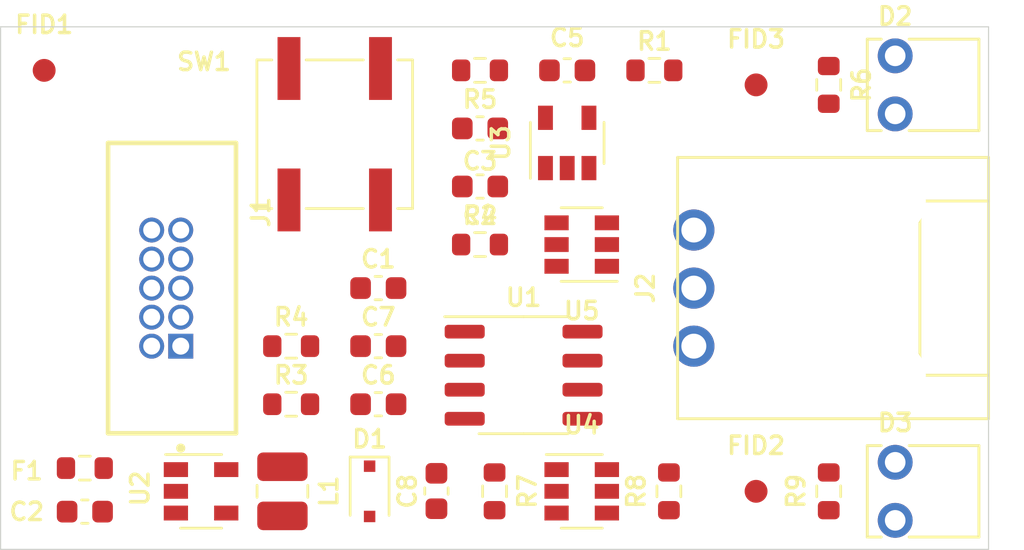
<source format=kicad_pcb>
(kicad_pcb (version 20171130) (host pcbnew "(5.1.10)-1")

  (general
    (thickness 1.6)
    (drawings 6)
    (tracks 0)
    (zones 0)
    (modules 33)
    (nets 26)
  )

  (page A4)
  (layers
    (0 F.Cu signal)
    (31 B.Cu signal)
    (32 B.Adhes user)
    (33 F.Adhes user)
    (34 B.Paste user)
    (35 F.Paste user)
    (36 B.SilkS user)
    (37 F.SilkS user)
    (38 B.Mask user)
    (39 F.Mask user hide)
    (40 Dwgs.User user hide)
    (41 Cmts.User user)
    (42 Eco1.User user)
    (43 Eco2.User user)
    (44 Edge.Cuts user)
    (45 Margin user)
    (46 B.CrtYd user hide)
    (47 F.CrtYd user hide)
    (48 B.Fab user hide)
    (49 F.Fab user hide)
  )

  (setup
    (last_trace_width 0.2032)
    (trace_clearance 0.2032)
    (zone_clearance 0.508)
    (zone_45_only no)
    (trace_min 0.2032)
    (via_size 0.6858)
    (via_drill 0.3302)
    (via_min_size 0.6858)
    (via_min_drill 0.3302)
    (uvia_size 0.6858)
    (uvia_drill 0.3302)
    (uvias_allowed no)
    (uvia_min_size 0.6858)
    (uvia_min_drill 0.3302)
    (edge_width 0.05)
    (segment_width 0.2)
    (pcb_text_width 0.3)
    (pcb_text_size 1.5 1.5)
    (mod_edge_width 0.12)
    (mod_text_size 1 1)
    (mod_text_width 0.15)
    (pad_size 0.65 0.9)
    (pad_drill 0)
    (pad_to_mask_clearance 0.051)
    (solder_mask_min_width 0.25)
    (aux_axis_origin 0 0)
    (visible_elements 7FFFFF7F)
    (pcbplotparams
      (layerselection 0x010fc_ffffffff)
      (usegerberextensions false)
      (usegerberattributes false)
      (usegerberadvancedattributes false)
      (creategerberjobfile false)
      (excludeedgelayer true)
      (linewidth 0.100000)
      (plotframeref false)
      (viasonmask false)
      (mode 1)
      (useauxorigin false)
      (hpglpennumber 1)
      (hpglpenspeed 20)
      (hpglpendiameter 15.000000)
      (psnegative false)
      (psa4output false)
      (plotreference true)
      (plotvalue true)
      (plotinvisibletext false)
      (padsonsilk false)
      (subtractmaskfromsilk false)
      (outputformat 1)
      (mirror false)
      (drillshape 0)
      (scaleselection 1)
      (outputdirectory "UpdiKeyPlots/"))
  )

  (net 0 "")
  (net 1 GND)
  (net 2 VF)
  (net 3 VTG)
  (net 4 VTG-PC)
  (net 5 /HV-EN)
  (net 6 /12V)
  (net 7 /UPDI-HOST)
  (net 8 /UPDI-SENSE)
  (net 9 "Net-(D2-Pad2)")
  (net 10 /HVUPDI-TARGET)
  (net 11 /UPDI-EN)
  (net 12 /UPDI-KEY)
  (net 13 /PWR-SW-EN)
  (net 14 /PROG)
  (net 15 "Net-(U3-Pad4)")
  (net 16 "Net-(C6-Pad2)")
  (net 17 "Net-(D1-Pad2)")
  (net 18 "Net-(D3-Pad2)")
  (net 19 "Net-(R8-Pad2)")
  (net 20 "Net-(R8-Pad1)")
  (net 21 "Net-(J1-Pad9)")
  (net 22 "Net-(J1-Pad8)")
  (net 23 "Net-(J1-Pad6)")
  (net 24 "Net-(J1-Pad5)")
  (net 25 "Net-(J1-Pad1)")

  (net_class Default "This is the default net class."
    (clearance 0.2032)
    (trace_width 0.2032)
    (via_dia 0.6858)
    (via_drill 0.3302)
    (uvia_dia 0.6858)
    (uvia_drill 0.3302)
    (diff_pair_width 0.2032)
    (diff_pair_gap 0.2032)
    (add_net /12V)
    (add_net /HV-EN)
    (add_net /HVUPDI-TARGET)
    (add_net /PROG)
    (add_net /PWR-SW-EN)
    (add_net /UPDI-EN)
    (add_net /UPDI-HOST)
    (add_net /UPDI-KEY)
    (add_net /UPDI-SENSE)
    (add_net "Net-(C6-Pad2)")
    (add_net "Net-(D1-Pad2)")
    (add_net "Net-(D3-Pad2)")
    (add_net "Net-(J1-Pad1)")
    (add_net "Net-(J1-Pad5)")
    (add_net "Net-(J1-Pad6)")
    (add_net "Net-(J1-Pad8)")
    (add_net "Net-(J1-Pad9)")
    (add_net "Net-(R8-Pad1)")
    (add_net "Net-(R8-Pad2)")
    (add_net "Net-(U3-Pad4)")
  )

  (net_class PWR16 ""
    (clearance 0.2032)
    (trace_width 0.4064)
    (via_dia 0.6858)
    (via_drill 0.3302)
    (uvia_dia 0.6858)
    (uvia_drill 0.3302)
    (diff_pair_width 0.2032)
    (diff_pair_gap 0.2032)
    (add_net GND)
    (add_net VF)
    (add_net VTG)
    (add_net VTG-PC)
  )

  (net_class PWR20 ""
    (clearance 0.2032)
    (trace_width 0.508)
    (via_dia 0.6858)
    (via_drill 0.3302)
    (uvia_dia 0.6858)
    (uvia_drill 0.3302)
    (diff_pair_width 0.2032)
    (diff_pair_gap 0.2032)
  )

  (net_class PWR24 ""
    (clearance 0.2032)
    (trace_width 0.6096)
    (via_dia 0.6858)
    (via_drill 0.3302)
    (uvia_dia 0.6858)
    (uvia_drill 0.3302)
    (diff_pair_width 0.2032)
    (diff_pair_gap 0.2032)
  )

  (net_class PWR28 ""
    (clearance 0.2032)
    (trace_width 0.7112)
    (via_dia 0.6858)
    (via_drill 0.3302)
    (uvia_dia 0.6858)
    (uvia_drill 0.3302)
    (diff_pair_width 0.2032)
    (diff_pair_gap 0.2032)
    (add_net "Net-(D2-Pad2)")
  )

  (net_class PWR32 ""
    (clearance 0.2032)
    (trace_width 0.8128)
    (via_dia 0.6858)
    (via_drill 0.3302)
    (uvia_dia 0.6858)
    (uvia_drill 0.3302)
    (diff_pair_width 0.2032)
    (diff_pair_gap 0.2032)
  )

  (module SAMTEC_SHF-105-01-X-D-TH:SAMTEC_SHF-105-01-X-D-TH (layer F.Cu) (tedit 60C65FA3) (tstamp 60C71DF6)
    (at 153.289 59.69 270)
    (path /60C8B2E8)
    (fp_text reference J1 (at -3.325 -4.135 90) (layer F.SilkS)
      (effects (font (size 0.762 0.762) (thickness 0.1524)))
    )
    (fp_text value "ATMEL ICE" (at 8.74 3.635 90) (layer F.Fab)
      (effects (font (size 0.762 0.762) (thickness 0.1524)))
    )
    (fp_line (start 6.35 2.54) (end -6.35 2.54) (layer F.Fab) (width 0.1))
    (fp_line (start -6.35 2.54) (end -6.35 -3.05) (layer F.Fab) (width 0.1))
    (fp_line (start -6.35 -3.05) (end 6.35 -3.05) (layer F.Fab) (width 0.1))
    (fp_line (start 6.35 -3.05) (end 6.35 2.54) (layer F.Fab) (width 0.1))
    (fp_line (start -6.35 2.54) (end -6.35 -3.05) (layer F.SilkS) (width 0.2))
    (fp_line (start 6.35 -3.05) (end 6.35 2.54) (layer F.SilkS) (width 0.2))
    (fp_line (start 6.35 -3.05) (end -6.35 -3.05) (layer F.SilkS) (width 0.2))
    (fp_line (start 6.35 2.54) (end -6.35 2.54) (layer F.SilkS) (width 0.2))
    (fp_line (start -6.6 2.79) (end -6.6 -3.3) (layer F.CrtYd) (width 0.05))
    (fp_line (start -6.6 -3.3) (end 6.6 -3.3) (layer F.CrtYd) (width 0.05))
    (fp_line (start 6.6 -3.3) (end 6.6 2.79) (layer F.CrtYd) (width 0.05))
    (fp_line (start 6.6 2.79) (end -6.6 2.79) (layer F.CrtYd) (width 0.05))
    (fp_circle (center 7 -0.635) (end 7.1 -0.635) (layer F.SilkS) (width 0.2))
    (fp_circle (center 7 -0.635) (end 7.1 -0.635) (layer F.Fab) (width 0.2))
    (pad 1 thru_hole rect (at 2.54 -0.635 270) (size 1.09 1.09) (drill 0.74) (layers *.Cu *.Mask)
      (net 25 "Net-(J1-Pad1)"))
    (pad 2 thru_hole circle (at 2.54 0.635 270) (size 1.09 1.09) (drill 0.74) (layers *.Cu *.Mask)
      (net 1 GND))
    (pad 3 thru_hole circle (at 1.27 -0.635 270) (size 1.09 1.09) (drill 0.74) (layers *.Cu *.Mask)
      (net 7 /UPDI-HOST))
    (pad 4 thru_hole circle (at 1.27 0.635 270) (size 1.09 1.09) (drill 0.74) (layers *.Cu *.Mask)
      (net 3 VTG))
    (pad 5 thru_hole circle (at 0 -0.635 270) (size 1.09 1.09) (drill 0.74) (layers *.Cu *.Mask)
      (net 24 "Net-(J1-Pad5)"))
    (pad 6 thru_hole circle (at 0 0.635 270) (size 1.09 1.09) (drill 0.74) (layers *.Cu *.Mask)
      (net 23 "Net-(J1-Pad6)"))
    (pad 7 thru_hole circle (at -1.27 -0.635 270) (size 1.09 1.09) (drill 0.74) (layers *.Cu *.Mask)
      (net 14 /PROG))
    (pad 8 thru_hole circle (at -1.27 0.635 270) (size 1.09 1.09) (drill 0.74) (layers *.Cu *.Mask)
      (net 22 "Net-(J1-Pad8)"))
    (pad 9 thru_hole circle (at -2.54 -0.635 270) (size 1.09 1.09) (drill 0.74) (layers *.Cu *.Mask)
      (net 21 "Net-(J1-Pad9)"))
    (pad 10 thru_hole circle (at -2.54 0.635 270) (size 1.09 1.09) (drill 0.74) (layers *.Cu *.Mask)
      (net 1 GND))
  )

  (module Package_TO_SOT_SMD:SOT-23-6 (layer F.Cu) (tedit 5A02FF57) (tstamp 60C82170)
    (at 171.45 57.785 180)
    (descr "6-pin SOT-23 package")
    (tags SOT-23-6)
    (path /5FBF6F95)
    (attr smd)
    (fp_text reference U5 (at 0 -2.9) (layer F.SilkS)
      (effects (font (size 0.762 0.762) (thickness 0.1524)))
    )
    (fp_text value SN74LVC1G3157DBVR (at 0 2.9) (layer F.Fab)
      (effects (font (size 0.762 0.762) (thickness 0.1524)))
    )
    (fp_line (start 0.9 -1.55) (end 0.9 1.55) (layer F.Fab) (width 0.1))
    (fp_line (start 0.9 1.55) (end -0.9 1.55) (layer F.Fab) (width 0.1))
    (fp_line (start -0.9 -0.9) (end -0.9 1.55) (layer F.Fab) (width 0.1))
    (fp_line (start 0.9 -1.55) (end -0.25 -1.55) (layer F.Fab) (width 0.1))
    (fp_line (start -0.9 -0.9) (end -0.25 -1.55) (layer F.Fab) (width 0.1))
    (fp_line (start -1.9 -1.8) (end -1.9 1.8) (layer F.CrtYd) (width 0.05))
    (fp_line (start -1.9 1.8) (end 1.9 1.8) (layer F.CrtYd) (width 0.05))
    (fp_line (start 1.9 1.8) (end 1.9 -1.8) (layer F.CrtYd) (width 0.05))
    (fp_line (start 1.9 -1.8) (end -1.9 -1.8) (layer F.CrtYd) (width 0.05))
    (fp_line (start 0.9 -1.61) (end -1.55 -1.61) (layer F.SilkS) (width 0.12))
    (fp_line (start -0.9 1.61) (end 0.9 1.61) (layer F.SilkS) (width 0.12))
    (fp_text user %R (at 0 0 90) (layer F.Fab)
      (effects (font (size 0.762 0.762) (thickness 0.1524)))
    )
    (pad 5 smd rect (at 1.1 0 180) (size 1.06 0.65) (layers F.Cu F.Paste F.Mask)
      (net 2 VF))
    (pad 6 smd rect (at 1.1 -0.95 180) (size 1.06 0.65) (layers F.Cu F.Paste F.Mask)
      (net 11 /UPDI-EN))
    (pad 4 smd rect (at 1.1 0.95 180) (size 1.06 0.65) (layers F.Cu F.Paste F.Mask)
      (net 19 "Net-(R8-Pad2)"))
    (pad 3 smd rect (at -1.1 0.95 180) (size 1.06 0.65) (layers F.Cu F.Paste F.Mask)
      (net 7 /UPDI-HOST))
    (pad 2 smd rect (at -1.1 0 180) (size 1.06 0.65) (layers F.Cu F.Paste F.Mask)
      (net 1 GND))
    (pad 1 smd rect (at -1.1 -0.95 180) (size 1.06 0.65) (layers F.Cu F.Paste F.Mask)
      (net 12 /UPDI-KEY))
    (model ${KISYS3DMOD}/Package_TO_SOT_SMD.3dshapes/SOT-23-6.wrl
      (at (xyz 0 0 0))
      (scale (xyz 1 1 1))
      (rotate (xyz 0 0 0))
    )
  )

  (module Package_TO_SOT_SMD:SOT-23-6 (layer F.Cu) (tedit 5A02FF57) (tstamp 60C6E627)
    (at 171.45 68.58)
    (descr "6-pin SOT-23 package")
    (tags SOT-23-6)
    (path /5F885250)
    (attr smd)
    (fp_text reference U4 (at 0 -2.9) (layer F.SilkS)
      (effects (font (size 0.762 0.762) (thickness 0.1524)))
    )
    (fp_text value ISL43210IHZ-T (at 0 2.9) (layer F.Fab)
      (effects (font (size 0.762 0.762) (thickness 0.1524)))
    )
    (fp_line (start 0.9 -1.55) (end 0.9 1.55) (layer F.Fab) (width 0.1))
    (fp_line (start 0.9 1.55) (end -0.9 1.55) (layer F.Fab) (width 0.1))
    (fp_line (start -0.9 -0.9) (end -0.9 1.55) (layer F.Fab) (width 0.1))
    (fp_line (start 0.9 -1.55) (end -0.25 -1.55) (layer F.Fab) (width 0.1))
    (fp_line (start -0.9 -0.9) (end -0.25 -1.55) (layer F.Fab) (width 0.1))
    (fp_line (start -1.9 -1.8) (end -1.9 1.8) (layer F.CrtYd) (width 0.05))
    (fp_line (start -1.9 1.8) (end 1.9 1.8) (layer F.CrtYd) (width 0.05))
    (fp_line (start 1.9 1.8) (end 1.9 -1.8) (layer F.CrtYd) (width 0.05))
    (fp_line (start 1.9 -1.8) (end -1.9 -1.8) (layer F.CrtYd) (width 0.05))
    (fp_line (start 0.9 -1.61) (end -1.55 -1.61) (layer F.SilkS) (width 0.12))
    (fp_line (start -0.9 1.61) (end 0.9 1.61) (layer F.SilkS) (width 0.12))
    (fp_text user %R (at 0 0 90) (layer F.Fab)
      (effects (font (size 0.762 0.762) (thickness 0.1524)))
    )
    (pad 5 smd rect (at 1.1 0) (size 1.06 0.65) (layers F.Cu F.Paste F.Mask)
      (net 10 /HVUPDI-TARGET))
    (pad 6 smd rect (at 1.1 -0.95) (size 1.06 0.65) (layers F.Cu F.Paste F.Mask)
      (net 6 /12V))
    (pad 4 smd rect (at 1.1 0.95) (size 1.06 0.65) (layers F.Cu F.Paste F.Mask)
      (net 20 "Net-(R8-Pad1)"))
    (pad 3 smd rect (at -1.1 0.95) (size 1.06 0.65) (layers F.Cu F.Paste F.Mask)
      (net 1 GND))
    (pad 2 smd rect (at -1.1 0) (size 1.06 0.65) (layers F.Cu F.Paste F.Mask)
      (net 6 /12V))
    (pad 1 smd rect (at -1.1 -0.95) (size 1.06 0.65) (layers F.Cu F.Paste F.Mask)
      (net 5 /HV-EN))
    (model ${KISYS3DMOD}/Package_TO_SOT_SMD.3dshapes/SOT-23-6.wrl
      (at (xyz 0 0 0))
      (scale (xyz 1 1 1))
      (rotate (xyz 0 0 0))
    )
  )

  (module Package_TO_SOT_SMD:SOT-23-5 (layer F.Cu) (tedit 5A02FF57) (tstamp 60C6E611)
    (at 170.815 53.34 90)
    (descr "5-pin SOT23 package")
    (tags SOT-23-5)
    (path /5F8424F9)
    (attr smd)
    (fp_text reference U3 (at 0 -2.9 90) (layer F.SilkS)
      (effects (font (size 0.762 0.762) (thickness 0.1524)))
    )
    (fp_text value MIC2091-1YM5-TR (at 0 2.9 90) (layer F.Fab)
      (effects (font (size 0.762 0.762) (thickness 0.1524)))
    )
    (fp_line (start 0.9 -1.55) (end 0.9 1.55) (layer F.Fab) (width 0.1))
    (fp_line (start 0.9 1.55) (end -0.9 1.55) (layer F.Fab) (width 0.1))
    (fp_line (start -0.9 -0.9) (end -0.9 1.55) (layer F.Fab) (width 0.1))
    (fp_line (start 0.9 -1.55) (end -0.25 -1.55) (layer F.Fab) (width 0.1))
    (fp_line (start -0.9 -0.9) (end -0.25 -1.55) (layer F.Fab) (width 0.1))
    (fp_line (start -1.9 1.8) (end -1.9 -1.8) (layer F.CrtYd) (width 0.05))
    (fp_line (start 1.9 1.8) (end -1.9 1.8) (layer F.CrtYd) (width 0.05))
    (fp_line (start 1.9 -1.8) (end 1.9 1.8) (layer F.CrtYd) (width 0.05))
    (fp_line (start -1.9 -1.8) (end 1.9 -1.8) (layer F.CrtYd) (width 0.05))
    (fp_line (start 0.9 -1.61) (end -1.55 -1.61) (layer F.SilkS) (width 0.12))
    (fp_line (start -0.9 1.61) (end 0.9 1.61) (layer F.SilkS) (width 0.12))
    (fp_text user %R (at 0 0) (layer F.Fab)
      (effects (font (size 0.762 0.762) (thickness 0.1524)))
    )
    (pad 5 smd rect (at 1.1 -0.95 90) (size 1.06 0.65) (layers F.Cu F.Paste F.Mask)
      (net 4 VTG-PC))
    (pad 4 smd rect (at 1.1 0.95 90) (size 1.06 0.65) (layers F.Cu F.Paste F.Mask)
      (net 15 "Net-(U3-Pad4)"))
    (pad 3 smd rect (at -1.1 0.95 90) (size 1.06 0.65) (layers F.Cu F.Paste F.Mask)
      (net 13 /PWR-SW-EN))
    (pad 2 smd rect (at -1.1 0 90) (size 1.06 0.65) (layers F.Cu F.Paste F.Mask)
      (net 1 GND))
    (pad 1 smd rect (at -1.1 -0.95 90) (size 1.06 0.65) (layers F.Cu F.Paste F.Mask)
      (net 3 VTG))
    (model ${KISYS3DMOD}/Package_TO_SOT_SMD.3dshapes/SOT-23-5.wrl
      (at (xyz 0 0 0))
      (scale (xyz 1 1 1))
      (rotate (xyz 0 0 0))
    )
  )

  (module Package_TO_SOT_SMD:SOT-23-5 (layer F.Cu) (tedit 5A02FF57) (tstamp 60C6E5FC)
    (at 154.813 68.58)
    (descr "5-pin SOT23 package")
    (tags SOT-23-5)
    (path /5F7FBF2D)
    (attr smd)
    (fp_text reference U2 (at -2.667 -0.127 90) (layer F.SilkS)
      (effects (font (size 0.762 0.762) (thickness 0.1524)))
    )
    (fp_text value NCP1406SNT1G (at 0 2.9) (layer F.Fab)
      (effects (font (size 0.762 0.762) (thickness 0.1524)))
    )
    (fp_line (start 0.9 -1.55) (end 0.9 1.55) (layer F.Fab) (width 0.1))
    (fp_line (start 0.9 1.55) (end -0.9 1.55) (layer F.Fab) (width 0.1))
    (fp_line (start -0.9 -0.9) (end -0.9 1.55) (layer F.Fab) (width 0.1))
    (fp_line (start 0.9 -1.55) (end -0.25 -1.55) (layer F.Fab) (width 0.1))
    (fp_line (start -0.9 -0.9) (end -0.25 -1.55) (layer F.Fab) (width 0.1))
    (fp_line (start -1.9 1.8) (end -1.9 -1.8) (layer F.CrtYd) (width 0.05))
    (fp_line (start 1.9 1.8) (end -1.9 1.8) (layer F.CrtYd) (width 0.05))
    (fp_line (start 1.9 -1.8) (end 1.9 1.8) (layer F.CrtYd) (width 0.05))
    (fp_line (start -1.9 -1.8) (end 1.9 -1.8) (layer F.CrtYd) (width 0.05))
    (fp_line (start 0.9 -1.61) (end -1.55 -1.61) (layer F.SilkS) (width 0.12))
    (fp_line (start -0.9 1.61) (end 0.9 1.61) (layer F.SilkS) (width 0.12))
    (fp_text user %R (at 0 0 90) (layer F.Fab)
      (effects (font (size 0.762 0.762) (thickness 0.1524)))
    )
    (pad 5 smd rect (at 1.1 -0.95) (size 1.06 0.65) (layers F.Cu F.Paste F.Mask)
      (net 17 "Net-(D1-Pad2)"))
    (pad 4 smd rect (at 1.1 0.95) (size 1.06 0.65) (layers F.Cu F.Paste F.Mask)
      (net 1 GND))
    (pad 3 smd rect (at -1.1 0.95) (size 1.06 0.65) (layers F.Cu F.Paste F.Mask)
      (net 2 VF))
    (pad 2 smd rect (at -1.1 0) (size 1.06 0.65) (layers F.Cu F.Paste F.Mask)
      (net 16 "Net-(C6-Pad2)"))
    (pad 1 smd rect (at -1.1 -0.95) (size 1.06 0.65) (layers F.Cu F.Paste F.Mask)
      (net 2 VF))
    (model ${KISYS3DMOD}/Package_TO_SOT_SMD.3dshapes/SOT-23-5.wrl
      (at (xyz 0 0 0))
      (scale (xyz 1 1 1))
      (rotate (xyz 0 0 0))
    )
  )

  (module Package_SO:SO-8_3.9x4.9mm_P1.27mm (layer F.Cu) (tedit 5D9F72B1) (tstamp 60C6E5E7)
    (at 168.91 63.5)
    (descr "SO, 8 Pin (https://www.nxp.com/docs/en/data-sheet/PCF8523.pdf), generated with kicad-footprint-generator ipc_gullwing_generator.py")
    (tags "SO SO")
    (path /5F5C9531)
    (attr smd)
    (fp_text reference U1 (at 0 -3.4) (layer F.SilkS)
      (effects (font (size 0.762 0.762) (thickness 0.1524)))
    )
    (fp_text value ATtiny202-SS (at 0 3.4) (layer F.Fab)
      (effects (font (size 0.762 0.762) (thickness 0.1524)))
    )
    (fp_line (start 3.7 -2.7) (end -3.7 -2.7) (layer F.CrtYd) (width 0.05))
    (fp_line (start 3.7 2.7) (end 3.7 -2.7) (layer F.CrtYd) (width 0.05))
    (fp_line (start -3.7 2.7) (end 3.7 2.7) (layer F.CrtYd) (width 0.05))
    (fp_line (start -3.7 -2.7) (end -3.7 2.7) (layer F.CrtYd) (width 0.05))
    (fp_line (start -1.95 -1.475) (end -0.975 -2.45) (layer F.Fab) (width 0.1))
    (fp_line (start -1.95 2.45) (end -1.95 -1.475) (layer F.Fab) (width 0.1))
    (fp_line (start 1.95 2.45) (end -1.95 2.45) (layer F.Fab) (width 0.1))
    (fp_line (start 1.95 -2.45) (end 1.95 2.45) (layer F.Fab) (width 0.1))
    (fp_line (start -0.975 -2.45) (end 1.95 -2.45) (layer F.Fab) (width 0.1))
    (fp_line (start 0 -2.56) (end -3.45 -2.56) (layer F.SilkS) (width 0.12))
    (fp_line (start 0 -2.56) (end 1.95 -2.56) (layer F.SilkS) (width 0.12))
    (fp_line (start 0 2.56) (end -1.95 2.56) (layer F.SilkS) (width 0.12))
    (fp_line (start 0 2.56) (end 1.95 2.56) (layer F.SilkS) (width 0.12))
    (fp_text user %R (at -0.27 0) (layer F.Fab)
      (effects (font (size 0.762 0.762) (thickness 0.1524)))
    )
    (pad 8 smd roundrect (at 2.575 -1.905) (size 1.75 0.6) (layers F.Cu F.Paste F.Mask) (roundrect_rratio 0.25)
      (net 1 GND))
    (pad 7 smd roundrect (at 2.575 -0.635) (size 1.75 0.6) (layers F.Cu F.Paste F.Mask) (roundrect_rratio 0.25)
      (net 12 /UPDI-KEY))
    (pad 6 smd roundrect (at 2.575 0.635) (size 1.75 0.6) (layers F.Cu F.Paste F.Mask) (roundrect_rratio 0.25)
      (net 14 /PROG))
    (pad 5 smd roundrect (at 2.575 1.905) (size 1.75 0.6) (layers F.Cu F.Paste F.Mask) (roundrect_rratio 0.25)
      (net 8 /UPDI-SENSE))
    (pad 4 smd roundrect (at -2.575 1.905) (size 1.75 0.6) (layers F.Cu F.Paste F.Mask) (roundrect_rratio 0.25)
      (net 5 /HV-EN))
    (pad 3 smd roundrect (at -2.575 0.635) (size 1.75 0.6) (layers F.Cu F.Paste F.Mask) (roundrect_rratio 0.25)
      (net 11 /UPDI-EN))
    (pad 2 smd roundrect (at -2.575 -0.635) (size 1.75 0.6) (layers F.Cu F.Paste F.Mask) (roundrect_rratio 0.25)
      (net 13 /PWR-SW-EN))
    (pad 1 smd roundrect (at -2.575 -1.905) (size 1.75 0.6) (layers F.Cu F.Paste F.Mask) (roundrect_rratio 0.25)
      (net 2 VF))
    (model ${KISYS3DMOD}/Package_SO.3dshapes/SO-8_3.9x4.9mm_P1.27mm.wrl
      (at (xyz 0 0 0))
      (scale (xyz 1 1 1))
      (rotate (xyz 0 0 0))
    )
  )

  (module Button_Switch_SMD:SW_SPST_B3SL-1002P (layer F.Cu) (tedit 5A02FC95) (tstamp 60C6E5CD)
    (at 160.655 52.959 90)
    (descr "Middle Stroke Tactile Switch, B3SL")
    (tags "Middle Stroke Tactile Switch")
    (path /606BB77A)
    (attr smd)
    (fp_text reference SW1 (at 3.175 -5.715 180) (layer F.SilkS)
      (effects (font (size 0.762 0.762) (thickness 0.1524)))
    )
    (fp_text value RE-UPDIFY (at 0 4.75 90) (layer F.Fab)
      (effects (font (size 0.762 0.762) (thickness 0.1524)))
    )
    (fp_line (start -3.1 3.25) (end -3.1 -3.25) (layer F.Fab) (width 0.1))
    (fp_line (start 3.1 3.25) (end -3.1 3.25) (layer F.Fab) (width 0.1))
    (fp_line (start 3.1 -3.25) (end 3.1 3.25) (layer F.Fab) (width 0.1))
    (fp_line (start -3.1 -3.25) (end 3.1 -3.25) (layer F.Fab) (width 0.1))
    (fp_line (start -3.25 -1.25) (end -3.25 1.25) (layer F.SilkS) (width 0.12))
    (fp_line (start 3.25 -1.25) (end 3.25 1.25) (layer F.SilkS) (width 0.12))
    (fp_line (start -3.25 -3.4) (end -3.25 -2.75) (layer F.SilkS) (width 0.12))
    (fp_line (start 3.25 -3.4) (end -3.25 -3.4) (layer F.SilkS) (width 0.12))
    (fp_line (start 3.25 -2.75) (end 3.25 -3.4) (layer F.SilkS) (width 0.12))
    (fp_line (start -3.25 3.4) (end -3.25 2.75) (layer F.SilkS) (width 0.12))
    (fp_line (start 3.25 3.4) (end -3.25 3.4) (layer F.SilkS) (width 0.12))
    (fp_line (start 3.25 2.75) (end 3.25 3.4) (layer F.SilkS) (width 0.12))
    (fp_line (start -4.5 -3.65) (end -4.5 3.65) (layer F.CrtYd) (width 0.05))
    (fp_line (start 4.5 -3.65) (end -4.5 -3.65) (layer F.CrtYd) (width 0.05))
    (fp_line (start 4.5 3.65) (end 4.5 -3.65) (layer F.CrtYd) (width 0.05))
    (fp_line (start -4.5 3.65) (end 4.5 3.65) (layer F.CrtYd) (width 0.05))
    (fp_circle (center 0 0) (end 1.25 0) (layer F.Fab) (width 0.1))
    (fp_text user %R (at 0 -4.5 90) (layer F.Fab)
      (effects (font (size 0.762 0.762) (thickness 0.1524)))
    )
    (pad 2 smd rect (at -2.875 2 90) (size 2.75 1) (layers F.Cu F.Paste F.Mask)
      (net 8 /UPDI-SENSE))
    (pad 2 smd rect (at 2.875 2 90) (size 2.75 1) (layers F.Cu F.Paste F.Mask)
      (net 8 /UPDI-SENSE))
    (pad 1 smd rect (at 2.875 -2 90) (size 2.75 1) (layers F.Cu F.Paste F.Mask)
      (net 1 GND))
    (pad 1 smd rect (at -2.875 -2 90) (size 2.75 1) (layers F.Cu F.Paste F.Mask)
      (net 1 GND))
    (model ${KISYS3DMOD}/Button_Switch_SMD.3dshapes/SW_SPST_B3SL-1002P.wrl
      (at (xyz 0 0 0))
      (scale (xyz 1 1 1))
      (rotate (xyz 0 0 0))
    )
  )

  (module Resistor_SMD:R_0603_1608Metric (layer F.Cu) (tedit 5F68FEEE) (tstamp 60C82040)
    (at 182.245 68.58 90)
    (descr "Resistor SMD 0603 (1608 Metric), square (rectangular) end terminal, IPC_7351 nominal, (Body size source: IPC-SM-782 page 72, https://www.pcb-3d.com/wordpress/wp-content/uploads/ipc-sm-782a_amendment_1_and_2.pdf), generated with kicad-footprint-generator")
    (tags resistor)
    (path /5F5C9679)
    (attr smd)
    (fp_text reference R9 (at 0 -1.43 90) (layer F.SilkS)
      (effects (font (size 0.762 0.762) (thickness 0.1524)))
    )
    (fp_text value 180Ω (at 0 1.43 90) (layer F.Fab)
      (effects (font (size 0.762 0.762) (thickness 0.1524)))
    )
    (fp_line (start 1.48 0.73) (end -1.48 0.73) (layer F.CrtYd) (width 0.05))
    (fp_line (start 1.48 -0.73) (end 1.48 0.73) (layer F.CrtYd) (width 0.05))
    (fp_line (start -1.48 -0.73) (end 1.48 -0.73) (layer F.CrtYd) (width 0.05))
    (fp_line (start -1.48 0.73) (end -1.48 -0.73) (layer F.CrtYd) (width 0.05))
    (fp_line (start -0.237258 0.5225) (end 0.237258 0.5225) (layer F.SilkS) (width 0.12))
    (fp_line (start -0.237258 -0.5225) (end 0.237258 -0.5225) (layer F.SilkS) (width 0.12))
    (fp_line (start 0.8 0.4125) (end -0.8 0.4125) (layer F.Fab) (width 0.1))
    (fp_line (start 0.8 -0.4125) (end 0.8 0.4125) (layer F.Fab) (width 0.1))
    (fp_line (start -0.8 -0.4125) (end 0.8 -0.4125) (layer F.Fab) (width 0.1))
    (fp_line (start -0.8 0.4125) (end -0.8 -0.4125) (layer F.Fab) (width 0.1))
    (fp_text user %R (at 0 0 90) (layer F.Fab)
      (effects (font (size 0.762 0.762) (thickness 0.1524)))
    )
    (pad 2 smd roundrect (at 0.825 0 90) (size 0.8 0.95) (layers F.Cu F.Paste F.Mask) (roundrect_rratio 0.25)
      (net 11 /UPDI-EN))
    (pad 1 smd roundrect (at -0.825 0 90) (size 0.8 0.95) (layers F.Cu F.Paste F.Mask) (roundrect_rratio 0.25)
      (net 18 "Net-(D3-Pad2)"))
    (model ${KISYS3DMOD}/Resistor_SMD.3dshapes/R_0603_1608Metric.wrl
      (at (xyz 0 0 0))
      (scale (xyz 1 1 1))
      (rotate (xyz 0 0 0))
    )
  )

  (module Resistor_SMD:R_0603_1608Metric (layer F.Cu) (tedit 5F68FEEE) (tstamp 60C6E5A2)
    (at 175.26 68.58 90)
    (descr "Resistor SMD 0603 (1608 Metric), square (rectangular) end terminal, IPC_7351 nominal, (Body size source: IPC-SM-782 page 72, https://www.pcb-3d.com/wordpress/wp-content/uploads/ipc-sm-782a_amendment_1_and_2.pdf), generated with kicad-footprint-generator")
    (tags resistor)
    (path /5F8C2D98)
    (attr smd)
    (fp_text reference R8 (at 0 -1.43 90) (layer F.SilkS)
      (effects (font (size 0.762 0.762) (thickness 0.1524)))
    )
    (fp_text value 180Ω (at 0 1.43 90) (layer F.Fab)
      (effects (font (size 0.762 0.762) (thickness 0.1524)))
    )
    (fp_line (start 1.48 0.73) (end -1.48 0.73) (layer F.CrtYd) (width 0.05))
    (fp_line (start 1.48 -0.73) (end 1.48 0.73) (layer F.CrtYd) (width 0.05))
    (fp_line (start -1.48 -0.73) (end 1.48 -0.73) (layer F.CrtYd) (width 0.05))
    (fp_line (start -1.48 0.73) (end -1.48 -0.73) (layer F.CrtYd) (width 0.05))
    (fp_line (start -0.237258 0.5225) (end 0.237258 0.5225) (layer F.SilkS) (width 0.12))
    (fp_line (start -0.237258 -0.5225) (end 0.237258 -0.5225) (layer F.SilkS) (width 0.12))
    (fp_line (start 0.8 0.4125) (end -0.8 0.4125) (layer F.Fab) (width 0.1))
    (fp_line (start 0.8 -0.4125) (end 0.8 0.4125) (layer F.Fab) (width 0.1))
    (fp_line (start -0.8 -0.4125) (end 0.8 -0.4125) (layer F.Fab) (width 0.1))
    (fp_line (start -0.8 0.4125) (end -0.8 -0.4125) (layer F.Fab) (width 0.1))
    (fp_text user %R (at 0 0 90) (layer F.Fab)
      (effects (font (size 0.762 0.762) (thickness 0.1524)))
    )
    (pad 2 smd roundrect (at 0.825 0 90) (size 0.8 0.95) (layers F.Cu F.Paste F.Mask) (roundrect_rratio 0.25)
      (net 19 "Net-(R8-Pad2)"))
    (pad 1 smd roundrect (at -0.825 0 90) (size 0.8 0.95) (layers F.Cu F.Paste F.Mask) (roundrect_rratio 0.25)
      (net 20 "Net-(R8-Pad1)"))
    (model ${KISYS3DMOD}/Resistor_SMD.3dshapes/R_0603_1608Metric.wrl
      (at (xyz 0 0 0))
      (scale (xyz 1 1 1))
      (rotate (xyz 0 0 0))
    )
  )

  (module Resistor_SMD:R_0603_1608Metric (layer F.Cu) (tedit 5F68FEEE) (tstamp 60C6E591)
    (at 167.64 68.58 270)
    (descr "Resistor SMD 0603 (1608 Metric), square (rectangular) end terminal, IPC_7351 nominal, (Body size source: IPC-SM-782 page 72, https://www.pcb-3d.com/wordpress/wp-content/uploads/ipc-sm-782a_amendment_1_and_2.pdf), generated with kicad-footprint-generator")
    (tags resistor)
    (path /5F5C9609)
    (attr smd)
    (fp_text reference R7 (at 0 -1.43 90) (layer F.SilkS)
      (effects (font (size 0.762 0.762) (thickness 0.1524)))
    )
    (fp_text value 10K (at 0 1.43 90) (layer F.Fab)
      (effects (font (size 0.762 0.762) (thickness 0.1524)))
    )
    (fp_line (start 1.48 0.73) (end -1.48 0.73) (layer F.CrtYd) (width 0.05))
    (fp_line (start 1.48 -0.73) (end 1.48 0.73) (layer F.CrtYd) (width 0.05))
    (fp_line (start -1.48 -0.73) (end 1.48 -0.73) (layer F.CrtYd) (width 0.05))
    (fp_line (start -1.48 0.73) (end -1.48 -0.73) (layer F.CrtYd) (width 0.05))
    (fp_line (start -0.237258 0.5225) (end 0.237258 0.5225) (layer F.SilkS) (width 0.12))
    (fp_line (start -0.237258 -0.5225) (end 0.237258 -0.5225) (layer F.SilkS) (width 0.12))
    (fp_line (start 0.8 0.4125) (end -0.8 0.4125) (layer F.Fab) (width 0.1))
    (fp_line (start 0.8 -0.4125) (end 0.8 0.4125) (layer F.Fab) (width 0.1))
    (fp_line (start -0.8 -0.4125) (end 0.8 -0.4125) (layer F.Fab) (width 0.1))
    (fp_line (start -0.8 0.4125) (end -0.8 -0.4125) (layer F.Fab) (width 0.1))
    (fp_text user %R (at 0 0 90) (layer F.Fab)
      (effects (font (size 0.762 0.762) (thickness 0.1524)))
    )
    (pad 2 smd roundrect (at 0.825 0 270) (size 0.8 0.95) (layers F.Cu F.Paste F.Mask) (roundrect_rratio 0.25)
      (net 1 GND))
    (pad 1 smd roundrect (at -0.825 0 270) (size 0.8 0.95) (layers F.Cu F.Paste F.Mask) (roundrect_rratio 0.25)
      (net 5 /HV-EN))
    (model ${KISYS3DMOD}/Resistor_SMD.3dshapes/R_0603_1608Metric.wrl
      (at (xyz 0 0 0))
      (scale (xyz 1 1 1))
      (rotate (xyz 0 0 0))
    )
  )

  (module Resistor_SMD:R_0603_1608Metric (layer F.Cu) (tedit 5F68FEEE) (tstamp 60C81AAA)
    (at 182.245 50.8 270)
    (descr "Resistor SMD 0603 (1608 Metric), square (rectangular) end terminal, IPC_7351 nominal, (Body size source: IPC-SM-782 page 72, https://www.pcb-3d.com/wordpress/wp-content/uploads/ipc-sm-782a_amendment_1_and_2.pdf), generated with kicad-footprint-generator")
    (tags resistor)
    (path /5F719032)
    (attr smd)
    (fp_text reference R6 (at 0 -1.43 90) (layer F.SilkS)
      (effects (font (size 0.762 0.762) (thickness 0.1524)))
    )
    (fp_text value 1K (at 0 1.43 90) (layer F.Fab)
      (effects (font (size 0.762 0.762) (thickness 0.1524)))
    )
    (fp_line (start 1.48 0.73) (end -1.48 0.73) (layer F.CrtYd) (width 0.05))
    (fp_line (start 1.48 -0.73) (end 1.48 0.73) (layer F.CrtYd) (width 0.05))
    (fp_line (start -1.48 -0.73) (end 1.48 -0.73) (layer F.CrtYd) (width 0.05))
    (fp_line (start -1.48 0.73) (end -1.48 -0.73) (layer F.CrtYd) (width 0.05))
    (fp_line (start -0.237258 0.5225) (end 0.237258 0.5225) (layer F.SilkS) (width 0.12))
    (fp_line (start -0.237258 -0.5225) (end 0.237258 -0.5225) (layer F.SilkS) (width 0.12))
    (fp_line (start 0.8 0.4125) (end -0.8 0.4125) (layer F.Fab) (width 0.1))
    (fp_line (start 0.8 -0.4125) (end 0.8 0.4125) (layer F.Fab) (width 0.1))
    (fp_line (start -0.8 -0.4125) (end 0.8 -0.4125) (layer F.Fab) (width 0.1))
    (fp_line (start -0.8 0.4125) (end -0.8 -0.4125) (layer F.Fab) (width 0.1))
    (fp_text user %R (at 0 0 90) (layer F.Fab)
      (effects (font (size 0.762 0.762) (thickness 0.1524)))
    )
    (pad 2 smd roundrect (at 0.825 0 270) (size 0.8 0.95) (layers F.Cu F.Paste F.Mask) (roundrect_rratio 0.25)
      (net 9 "Net-(D2-Pad2)"))
    (pad 1 smd roundrect (at -0.825 0 270) (size 0.8 0.95) (layers F.Cu F.Paste F.Mask) (roundrect_rratio 0.25)
      (net 4 VTG-PC))
    (model ${KISYS3DMOD}/Resistor_SMD.3dshapes/R_0603_1608Metric.wrl
      (at (xyz 0 0 0))
      (scale (xyz 1 1 1))
      (rotate (xyz 0 0 0))
    )
  )

  (module Resistor_SMD:R_0603_1608Metric (layer F.Cu) (tedit 5F68FEEE) (tstamp 60C6E56F)
    (at 167.005 50.165 180)
    (descr "Resistor SMD 0603 (1608 Metric), square (rectangular) end terminal, IPC_7351 nominal, (Body size source: IPC-SM-782 page 72, https://www.pcb-3d.com/wordpress/wp-content/uploads/ipc-sm-782a_amendment_1_and_2.pdf), generated with kicad-footprint-generator")
    (tags resistor)
    (path /5F836114)
    (attr smd)
    (fp_text reference R5 (at 0 -1.27) (layer F.SilkS)
      (effects (font (size 0.762 0.762) (thickness 0.1524)))
    )
    (fp_text value 1K (at 0 1.43) (layer F.Fab)
      (effects (font (size 0.762 0.762) (thickness 0.1524)))
    )
    (fp_line (start 1.48 0.73) (end -1.48 0.73) (layer F.CrtYd) (width 0.05))
    (fp_line (start 1.48 -0.73) (end 1.48 0.73) (layer F.CrtYd) (width 0.05))
    (fp_line (start -1.48 -0.73) (end 1.48 -0.73) (layer F.CrtYd) (width 0.05))
    (fp_line (start -1.48 0.73) (end -1.48 -0.73) (layer F.CrtYd) (width 0.05))
    (fp_line (start -0.237258 0.5225) (end 0.237258 0.5225) (layer F.SilkS) (width 0.12))
    (fp_line (start -0.237258 -0.5225) (end 0.237258 -0.5225) (layer F.SilkS) (width 0.12))
    (fp_line (start 0.8 0.4125) (end -0.8 0.4125) (layer F.Fab) (width 0.1))
    (fp_line (start 0.8 -0.4125) (end 0.8 0.4125) (layer F.Fab) (width 0.1))
    (fp_line (start -0.8 -0.4125) (end 0.8 -0.4125) (layer F.Fab) (width 0.1))
    (fp_line (start -0.8 0.4125) (end -0.8 -0.4125) (layer F.Fab) (width 0.1))
    (fp_text user %R (at 0 0) (layer F.Fab)
      (effects (font (size 0.762 0.762) (thickness 0.1524)))
    )
    (pad 2 smd roundrect (at 0.825 0 180) (size 0.8 0.95) (layers F.Cu F.Paste F.Mask) (roundrect_rratio 0.25)
      (net 1 GND))
    (pad 1 smd roundrect (at -0.825 0 180) (size 0.8 0.95) (layers F.Cu F.Paste F.Mask) (roundrect_rratio 0.25)
      (net 4 VTG-PC))
    (model ${KISYS3DMOD}/Resistor_SMD.3dshapes/R_0603_1608Metric.wrl
      (at (xyz 0 0 0))
      (scale (xyz 1 1 1))
      (rotate (xyz 0 0 0))
    )
  )

  (module Resistor_SMD:R_0603_1608Metric (layer F.Cu) (tedit 5F68FEEE) (tstamp 60C6E55E)
    (at 158.75 62.23)
    (descr "Resistor SMD 0603 (1608 Metric), square (rectangular) end terminal, IPC_7351 nominal, (Body size source: IPC-SM-782 page 72, https://www.pcb-3d.com/wordpress/wp-content/uploads/ipc-sm-782a_amendment_1_and_2.pdf), generated with kicad-footprint-generator")
    (tags resistor)
    (path /5F815A93)
    (attr smd)
    (fp_text reference R4 (at 0 -1.27) (layer F.SilkS)
      (effects (font (size 0.762 0.762) (thickness 0.1524)))
    )
    (fp_text value "11K 1%" (at 0 1.43) (layer F.Fab)
      (effects (font (size 0.762 0.762) (thickness 0.1524)))
    )
    (fp_line (start 1.48 0.73) (end -1.48 0.73) (layer F.CrtYd) (width 0.05))
    (fp_line (start 1.48 -0.73) (end 1.48 0.73) (layer F.CrtYd) (width 0.05))
    (fp_line (start -1.48 -0.73) (end 1.48 -0.73) (layer F.CrtYd) (width 0.05))
    (fp_line (start -1.48 0.73) (end -1.48 -0.73) (layer F.CrtYd) (width 0.05))
    (fp_line (start -0.237258 0.5225) (end 0.237258 0.5225) (layer F.SilkS) (width 0.12))
    (fp_line (start -0.237258 -0.5225) (end 0.237258 -0.5225) (layer F.SilkS) (width 0.12))
    (fp_line (start 0.8 0.4125) (end -0.8 0.4125) (layer F.Fab) (width 0.1))
    (fp_line (start 0.8 -0.4125) (end 0.8 0.4125) (layer F.Fab) (width 0.1))
    (fp_line (start -0.8 -0.4125) (end 0.8 -0.4125) (layer F.Fab) (width 0.1))
    (fp_line (start -0.8 0.4125) (end -0.8 -0.4125) (layer F.Fab) (width 0.1))
    (fp_text user %R (at 0 0) (layer F.Fab)
      (effects (font (size 0.762 0.762) (thickness 0.1524)))
    )
    (pad 2 smd roundrect (at 0.825 0) (size 0.8 0.95) (layers F.Cu F.Paste F.Mask) (roundrect_rratio 0.25)
      (net 1 GND))
    (pad 1 smd roundrect (at -0.825 0) (size 0.8 0.95) (layers F.Cu F.Paste F.Mask) (roundrect_rratio 0.25)
      (net 16 "Net-(C6-Pad2)"))
    (model ${KISYS3DMOD}/Resistor_SMD.3dshapes/R_0603_1608Metric.wrl
      (at (xyz 0 0 0))
      (scale (xyz 1 1 1))
      (rotate (xyz 0 0 0))
    )
  )

  (module Resistor_SMD:R_0603_1608Metric (layer F.Cu) (tedit 5F68FEEE) (tstamp 60C81DFD)
    (at 158.75 64.77 180)
    (descr "Resistor SMD 0603 (1608 Metric), square (rectangular) end terminal, IPC_7351 nominal, (Body size source: IPC-SM-782 page 72, https://www.pcb-3d.com/wordpress/wp-content/uploads/ipc-sm-782a_amendment_1_and_2.pdf), generated with kicad-footprint-generator")
    (tags resistor)
    (path /5F811016)
    (attr smd)
    (fp_text reference R3 (at 0 1.27) (layer F.SilkS)
      (effects (font (size 0.762 0.762) (thickness 0.1524)))
    )
    (fp_text value "102K 1%" (at 0 1.43) (layer F.Fab)
      (effects (font (size 0.762 0.762) (thickness 0.1524)))
    )
    (fp_line (start 1.48 0.73) (end -1.48 0.73) (layer F.CrtYd) (width 0.05))
    (fp_line (start 1.48 -0.73) (end 1.48 0.73) (layer F.CrtYd) (width 0.05))
    (fp_line (start -1.48 -0.73) (end 1.48 -0.73) (layer F.CrtYd) (width 0.05))
    (fp_line (start -1.48 0.73) (end -1.48 -0.73) (layer F.CrtYd) (width 0.05))
    (fp_line (start -0.237258 0.5225) (end 0.237258 0.5225) (layer F.SilkS) (width 0.12))
    (fp_line (start -0.237258 -0.5225) (end 0.237258 -0.5225) (layer F.SilkS) (width 0.12))
    (fp_line (start 0.8 0.4125) (end -0.8 0.4125) (layer F.Fab) (width 0.1))
    (fp_line (start 0.8 -0.4125) (end 0.8 0.4125) (layer F.Fab) (width 0.1))
    (fp_line (start -0.8 -0.4125) (end 0.8 -0.4125) (layer F.Fab) (width 0.1))
    (fp_line (start -0.8 0.4125) (end -0.8 -0.4125) (layer F.Fab) (width 0.1))
    (fp_text user %R (at 0 0) (layer F.Fab)
      (effects (font (size 0.762 0.762) (thickness 0.1524)))
    )
    (pad 2 smd roundrect (at 0.825 0 180) (size 0.8 0.95) (layers F.Cu F.Paste F.Mask) (roundrect_rratio 0.25)
      (net 16 "Net-(C6-Pad2)"))
    (pad 1 smd roundrect (at -0.825 0 180) (size 0.8 0.95) (layers F.Cu F.Paste F.Mask) (roundrect_rratio 0.25)
      (net 6 /12V))
    (model ${KISYS3DMOD}/Resistor_SMD.3dshapes/R_0603_1608Metric.wrl
      (at (xyz 0 0 0))
      (scale (xyz 1 1 1))
      (rotate (xyz 0 0 0))
    )
  )

  (module Resistor_SMD:R_0603_1608Metric (layer F.Cu) (tedit 5F68FEEE) (tstamp 60C6E53C)
    (at 167.005 57.785)
    (descr "Resistor SMD 0603 (1608 Metric), square (rectangular) end terminal, IPC_7351 nominal, (Body size source: IPC-SM-782 page 72, https://www.pcb-3d.com/wordpress/wp-content/uploads/ipc-sm-782a_amendment_1_and_2.pdf), generated with kicad-footprint-generator")
    (tags resistor)
    (path /5FD033D9)
    (attr smd)
    (fp_text reference R2 (at 0 -1.27) (layer F.SilkS)
      (effects (font (size 0.762 0.762) (thickness 0.1524)))
    )
    (fp_text value 10K (at 0 1.43) (layer F.Fab)
      (effects (font (size 0.762 0.762) (thickness 0.1524)))
    )
    (fp_line (start 1.48 0.73) (end -1.48 0.73) (layer F.CrtYd) (width 0.05))
    (fp_line (start 1.48 -0.73) (end 1.48 0.73) (layer F.CrtYd) (width 0.05))
    (fp_line (start -1.48 -0.73) (end 1.48 -0.73) (layer F.CrtYd) (width 0.05))
    (fp_line (start -1.48 0.73) (end -1.48 -0.73) (layer F.CrtYd) (width 0.05))
    (fp_line (start -0.237258 0.5225) (end 0.237258 0.5225) (layer F.SilkS) (width 0.12))
    (fp_line (start -0.237258 -0.5225) (end 0.237258 -0.5225) (layer F.SilkS) (width 0.12))
    (fp_line (start 0.8 0.4125) (end -0.8 0.4125) (layer F.Fab) (width 0.1))
    (fp_line (start 0.8 -0.4125) (end 0.8 0.4125) (layer F.Fab) (width 0.1))
    (fp_line (start -0.8 -0.4125) (end 0.8 -0.4125) (layer F.Fab) (width 0.1))
    (fp_line (start -0.8 0.4125) (end -0.8 -0.4125) (layer F.Fab) (width 0.1))
    (fp_text user %R (at 0 0) (layer F.Fab)
      (effects (font (size 0.762 0.762) (thickness 0.1524)))
    )
    (pad 2 smd roundrect (at 0.825 0) (size 0.8 0.95) (layers F.Cu F.Paste F.Mask) (roundrect_rratio 0.25)
      (net 7 /UPDI-HOST))
    (pad 1 smd roundrect (at -0.825 0) (size 0.8 0.95) (layers F.Cu F.Paste F.Mask) (roundrect_rratio 0.25)
      (net 8 /UPDI-SENSE))
    (model ${KISYS3DMOD}/Resistor_SMD.3dshapes/R_0603_1608Metric.wrl
      (at (xyz 0 0 0))
      (scale (xyz 1 1 1))
      (rotate (xyz 0 0 0))
    )
  )

  (module Resistor_SMD:R_0603_1608Metric (layer F.Cu) (tedit 5F68FEEE) (tstamp 60C8363C)
    (at 174.625 50.165)
    (descr "Resistor SMD 0603 (1608 Metric), square (rectangular) end terminal, IPC_7351 nominal, (Body size source: IPC-SM-782 page 72, https://www.pcb-3d.com/wordpress/wp-content/uploads/ipc-sm-782a_amendment_1_and_2.pdf), generated with kicad-footprint-generator")
    (tags resistor)
    (path /5F5C9613)
    (attr smd)
    (fp_text reference R1 (at 0 -1.27) (layer F.SilkS)
      (effects (font (size 0.762 0.762) (thickness 0.1524)))
    )
    (fp_text value 10K (at 0 1.43) (layer F.Fab)
      (effects (font (size 0.762 0.762) (thickness 0.1524)))
    )
    (fp_line (start 1.48 0.73) (end -1.48 0.73) (layer F.CrtYd) (width 0.05))
    (fp_line (start 1.48 -0.73) (end 1.48 0.73) (layer F.CrtYd) (width 0.05))
    (fp_line (start -1.48 -0.73) (end 1.48 -0.73) (layer F.CrtYd) (width 0.05))
    (fp_line (start -1.48 0.73) (end -1.48 -0.73) (layer F.CrtYd) (width 0.05))
    (fp_line (start -0.237258 0.5225) (end 0.237258 0.5225) (layer F.SilkS) (width 0.12))
    (fp_line (start -0.237258 -0.5225) (end 0.237258 -0.5225) (layer F.SilkS) (width 0.12))
    (fp_line (start 0.8 0.4125) (end -0.8 0.4125) (layer F.Fab) (width 0.1))
    (fp_line (start 0.8 -0.4125) (end 0.8 0.4125) (layer F.Fab) (width 0.1))
    (fp_line (start -0.8 -0.4125) (end 0.8 -0.4125) (layer F.Fab) (width 0.1))
    (fp_line (start -0.8 0.4125) (end -0.8 -0.4125) (layer F.Fab) (width 0.1))
    (fp_text user %R (at 0 0) (layer F.Fab)
      (effects (font (size 0.762 0.762) (thickness 0.1524)))
    )
    (pad 2 smd roundrect (at 0.825 0) (size 0.8 0.95) (layers F.Cu F.Paste F.Mask) (roundrect_rratio 0.25)
      (net 1 GND))
    (pad 1 smd roundrect (at -0.825 0) (size 0.8 0.95) (layers F.Cu F.Paste F.Mask) (roundrect_rratio 0.25)
      (net 13 /PWR-SW-EN))
    (model ${KISYS3DMOD}/Resistor_SMD.3dshapes/R_0603_1608Metric.wrl
      (at (xyz 0 0 0))
      (scale (xyz 1 1 1))
      (rotate (xyz 0 0 0))
    )
  )

  (module Inductor_SMD:L_1008_2520Metric (layer F.Cu) (tedit 5F68FEF0) (tstamp 60C810DF)
    (at 158.369 68.58 90)
    (descr "Inductor SMD 1008 (2520 Metric), square (rectangular) end terminal, IPC_7351 nominal, (Body size source: https://ecsxtal.com/store/pdf/ECS-MPI2520-SMD-POWER-INDUCTOR.pdf), generated with kicad-footprint-generator")
    (tags inductor)
    (path /5F82A465)
    (attr smd)
    (fp_text reference L1 (at 0 2.032 90) (layer F.SilkS)
      (effects (font (size 0.762 0.762) (thickness 0.1524)))
    )
    (fp_text value 47µH (at 0 2.05 90) (layer F.Fab)
      (effects (font (size 0.762 0.762) (thickness 0.1524)))
    )
    (fp_line (start 1.95 1.35) (end -1.95 1.35) (layer F.CrtYd) (width 0.05))
    (fp_line (start 1.95 -1.35) (end 1.95 1.35) (layer F.CrtYd) (width 0.05))
    (fp_line (start -1.95 -1.35) (end 1.95 -1.35) (layer F.CrtYd) (width 0.05))
    (fp_line (start -1.95 1.35) (end -1.95 -1.35) (layer F.CrtYd) (width 0.05))
    (fp_line (start -0.261252 1.11) (end 0.261252 1.11) (layer F.SilkS) (width 0.12))
    (fp_line (start -0.261252 -1.11) (end 0.261252 -1.11) (layer F.SilkS) (width 0.12))
    (fp_line (start 1.25 1) (end -1.25 1) (layer F.Fab) (width 0.1))
    (fp_line (start 1.25 -1) (end 1.25 1) (layer F.Fab) (width 0.1))
    (fp_line (start -1.25 -1) (end 1.25 -1) (layer F.Fab) (width 0.1))
    (fp_line (start -1.25 1) (end -1.25 -1) (layer F.Fab) (width 0.1))
    (fp_text user %R (at 0.059 0 90) (layer F.Fab)
      (effects (font (size 0.762 0.762) (thickness 0.1524)))
    )
    (pad 2 smd roundrect (at 1.075 0 90) (size 1.25 2.2) (layers F.Cu F.Paste F.Mask) (roundrect_rratio 0.2)
      (net 17 "Net-(D1-Pad2)"))
    (pad 1 smd roundrect (at -1.075 0 90) (size 1.25 2.2) (layers F.Cu F.Paste F.Mask) (roundrect_rratio 0.2)
      (net 2 VF))
    (model ${KISYS3DMOD}/Inductor_SMD.3dshapes/L_1008_2520Metric.wrl
      (at (xyz 0 0 0))
      (scale (xyz 1 1 1))
      (rotate (xyz 0 0 0))
    )
  )

  (module SL_3_RA:SL_3_RA (layer F.Cu) (tedit 6066A8C6) (tstamp 60C6E509)
    (at 189.23 59.69 90)
    (path /5F5C952B)
    (fp_text reference J2 (at 0 -15 90) (layer F.SilkS)
      (effects (font (size 0.762 0.762) (thickness 0.1524)))
    )
    (fp_text value HVUPDI-OUT (at 0 -8.255 90) (layer F.Fab)
      (effects (font (size 0.762 0.762) (thickness 0.1524)))
    )
    (fp_line (start -5.715 0) (end -5.715 -13.59) (layer F.SilkS) (width 0.127))
    (fp_line (start 5.715 0) (end 5.715 -13.59) (layer F.SilkS) (width 0.127))
    (fp_line (start 3.81 0) (end 3.81 -3) (layer F.SilkS) (width 0.127))
    (fp_line (start 3.81 -3) (end -3.81 -3) (layer F.SilkS) (width 0.127))
    (fp_line (start -3.81 -3) (end -3.81 0) (layer F.SilkS) (width 0.127))
    (fp_line (start 5.715 -13.59) (end -5.715 -13.59) (layer F.SilkS) (width 0.127))
    (fp_line (start -5.715 0) (end 5.715 0) (layer F.SilkS) (width 0.127))
    (pad 3 thru_hole circle (at -2.54 -12.88 90) (size 1.8 1.8) (drill 1.09) (layers *.Cu *.Mask)
      (net 4 VTG-PC))
    (pad 2 thru_hole circle (at 0 -12.88 90) (size 1.8 1.8) (drill 1.09) (layers *.Cu *.Mask)
      (net 1 GND))
    (pad 1 thru_hole circle (at 2.54 -12.88 90) (size 1.8 1.8) (drill 1.09) (layers *.Cu *.Mask)
      (net 10 /HVUPDI-TARGET))
    (pad "" np_thru_hole circle (at -3.81 -4.24 90) (size 3 3) (drill 3) (layers *.Cu *.Mask))
    (pad "" np_thru_hole circle (at 3.81 -4.24 90) (size 3 3) (drill 3) (layers *.Cu *.Mask))
  )

  (module Fiducial:Fiducial_1mm_Mask2mm (layer F.Cu) (tedit 5C18CB26) (tstamp 60C6E4D2)
    (at 179.07 50.8)
    (descr "Circular Fiducial, 1mm bare copper, 2mm soldermask opening (Level A)")
    (tags fiducial)
    (path /5F8C7336)
    (attr smd)
    (fp_text reference FID3 (at 0 -2) (layer F.SilkS)
      (effects (font (size 0.762 0.762) (thickness 0.1524)))
    )
    (fp_text value Fiducial (at 0 2) (layer F.Fab)
      (effects (font (size 0.762 0.762) (thickness 0.1524)))
    )
    (fp_circle (center 0 0) (end 1.25 0) (layer F.CrtYd) (width 0.05))
    (fp_circle (center 0 0) (end 1 0) (layer F.Fab) (width 0.1))
    (fp_text user %R (at 0 0) (layer F.Fab)
      (effects (font (size 0.762 0.762) (thickness 0.1524)))
    )
    (pad "" smd circle (at 0 0) (size 1 1) (layers F.Cu F.Mask)
      (solder_mask_margin 0.5) (clearance 0.5))
  )

  (module Fiducial:Fiducial_1mm_Mask2mm (layer F.Cu) (tedit 5C18CB26) (tstamp 60C6E4CA)
    (at 179.07 68.58)
    (descr "Circular Fiducial, 1mm bare copper, 2mm soldermask opening (Level A)")
    (tags fiducial)
    (path /5F5C28CD)
    (attr smd)
    (fp_text reference FID2 (at 0 -2) (layer F.SilkS)
      (effects (font (size 0.762 0.762) (thickness 0.1524)))
    )
    (fp_text value Fiducial (at 0 2) (layer F.Fab)
      (effects (font (size 0.762 0.762) (thickness 0.1524)))
    )
    (fp_circle (center 0 0) (end 1.25 0) (layer F.CrtYd) (width 0.05))
    (fp_circle (center 0 0) (end 1 0) (layer F.Fab) (width 0.1))
    (fp_text user %R (at 0 0) (layer F.Fab)
      (effects (font (size 0.762 0.762) (thickness 0.1524)))
    )
    (pad "" smd circle (at 0 0) (size 1 1) (layers F.Cu F.Mask)
      (solder_mask_margin 0.5) (clearance 0.5))
  )

  (module Fiducial:Fiducial_1mm_Mask2mm (layer F.Cu) (tedit 5C18CB26) (tstamp 60C6E4C2)
    (at 147.955 50.165)
    (descr "Circular Fiducial, 1mm bare copper, 2mm soldermask opening (Level A)")
    (tags fiducial)
    (path /5F5BB1E6)
    (attr smd)
    (fp_text reference FID1 (at 0 -2) (layer F.SilkS)
      (effects (font (size 0.762 0.762) (thickness 0.1524)))
    )
    (fp_text value Fiducial (at 0 2) (layer F.Fab)
      (effects (font (size 0.762 0.762) (thickness 0.1524)))
    )
    (fp_circle (center 0 0) (end 1.25 0) (layer F.CrtYd) (width 0.05))
    (fp_circle (center 0 0) (end 1 0) (layer F.Fab) (width 0.1))
    (fp_text user %R (at 0 0) (layer F.Fab)
      (effects (font (size 0.762 0.762) (thickness 0.1524)))
    )
    (pad "" smd circle (at 0 0) (size 1 1) (layers F.Cu F.Mask)
      (solder_mask_margin 0.5) (clearance 0.5))
  )

  (module Resistor_SMD:R_0603_1608Metric (layer F.Cu) (tedit 5F68FEEE) (tstamp 60C80D30)
    (at 149.733 67.564)
    (descr "Resistor SMD 0603 (1608 Metric), square (rectangular) end terminal, IPC_7351 nominal, (Body size source: IPC-SM-782 page 72, https://www.pcb-3d.com/wordpress/wp-content/uploads/ipc-sm-782a_amendment_1_and_2.pdf), generated with kicad-footprint-generator")
    (tags resistor)
    (path /5F5E4CB0)
    (attr smd)
    (fp_text reference F1 (at -2.54 0.127) (layer F.SilkS)
      (effects (font (size 0.762 0.762) (thickness 0.1524)))
    )
    (fp_text value 50mA (at 0 1.43) (layer F.Fab)
      (effects (font (size 0.762 0.762) (thickness 0.1524)))
    )
    (fp_line (start 1.48 0.73) (end -1.48 0.73) (layer F.CrtYd) (width 0.05))
    (fp_line (start 1.48 -0.73) (end 1.48 0.73) (layer F.CrtYd) (width 0.05))
    (fp_line (start -1.48 -0.73) (end 1.48 -0.73) (layer F.CrtYd) (width 0.05))
    (fp_line (start -1.48 0.73) (end -1.48 -0.73) (layer F.CrtYd) (width 0.05))
    (fp_line (start -0.237258 0.5225) (end 0.237258 0.5225) (layer F.SilkS) (width 0.12))
    (fp_line (start -0.237258 -0.5225) (end 0.237258 -0.5225) (layer F.SilkS) (width 0.12))
    (fp_line (start 0.8 0.4125) (end -0.8 0.4125) (layer F.Fab) (width 0.1))
    (fp_line (start 0.8 -0.4125) (end 0.8 0.4125) (layer F.Fab) (width 0.1))
    (fp_line (start -0.8 -0.4125) (end 0.8 -0.4125) (layer F.Fab) (width 0.1))
    (fp_line (start -0.8 0.4125) (end -0.8 -0.4125) (layer F.Fab) (width 0.1))
    (fp_text user %R (at 0 0) (layer F.Fab)
      (effects (font (size 0.762 0.762) (thickness 0.1524)))
    )
    (pad 2 smd roundrect (at 0.825 0) (size 0.8 0.95) (layers F.Cu F.Paste F.Mask) (roundrect_rratio 0.25)
      (net 3 VTG))
    (pad 1 smd roundrect (at -0.825 0) (size 0.8 0.95) (layers F.Cu F.Paste F.Mask) (roundrect_rratio 0.25)
      (net 2 VF))
    (model ${KISYS3DMOD}/Resistor_SMD.3dshapes/R_0603_1608Metric.wrl
      (at (xyz 0 0 0))
      (scale (xyz 1 1 1))
      (rotate (xyz 0 0 0))
    )
  )

  (module WP934AD:WP934AD (layer F.Cu) (tedit 6066AB54) (tstamp 60C6E4A9)
    (at 189.23 68.58)
    (path /5F5C966F)
    (fp_text reference D3 (at -4.08 -3) (layer F.SilkS)
      (effects (font (size 0.762 0.762) (thickness 0.1524)))
    )
    (fp_text value ORANGE (at -4.08 3) (layer F.Fab)
      (effects (font (size 0.762 0.762) (thickness 0.1524)))
    )
    (fp_line (start -4.08 -2) (end 0 -2) (layer F.Fab) (width 0.127))
    (fp_line (start 0 -2) (end 0 2) (layer F.Fab) (width 0.127))
    (fp_line (start 0 2) (end -4.08 2) (layer F.Fab) (width 0.127))
    (fp_line (start -4.08 -2) (end -5.3 -2) (layer F.Fab) (width 0.127))
    (fp_line (start -5.3 -2) (end -5.3 2) (layer F.Fab) (width 0.127))
    (fp_line (start -5.3 2) (end -4.08 2) (layer F.Fab) (width 0.127))
    (fp_line (start -5.3 -2) (end -4.69 -2) (layer F.SilkS) (width 0.127))
    (fp_line (start -5.3 -2) (end -5.3 2) (layer F.SilkS) (width 0.127))
    (fp_line (start -5.3 2) (end -4.69 2) (layer F.SilkS) (width 0.127))
    (fp_line (start -3.47 -2) (end -0.42 -2) (layer F.SilkS) (width 0.127))
    (fp_line (start -0.42 -2) (end -0.42 2) (layer F.SilkS) (width 0.127))
    (fp_line (start -0.42 2) (end -3.47 2) (layer F.SilkS) (width 0.127))
    (fp_arc (start 0 0) (end 0 1.5) (angle -180) (layer F.Fab) (width 0.127))
    (pad 2 thru_hole circle (at -4.08 1.27) (size 1.524 1.524) (drill 0.9) (layers *.Cu *.Mask)
      (net 18 "Net-(D3-Pad2)"))
    (pad 1 thru_hole circle (at -4.08 -1.27) (size 1.524 1.524) (drill 0.9) (layers *.Cu *.Mask)
      (net 1 GND))
  )

  (module WP934AD:WP934AD (layer F.Cu) (tedit 6066AB54) (tstamp 60C6E496)
    (at 189.23 50.8)
    (path /5F5E186B)
    (fp_text reference D2 (at -4.08 -3) (layer F.SilkS)
      (effects (font (size 0.762 0.762) (thickness 0.1524)))
    )
    (fp_text value GREEN (at -4.08 3) (layer F.Fab)
      (effects (font (size 0.762 0.762) (thickness 0.1524)))
    )
    (fp_line (start -4.08 -2) (end 0 -2) (layer F.Fab) (width 0.127))
    (fp_line (start 0 -2) (end 0 2) (layer F.Fab) (width 0.127))
    (fp_line (start 0 2) (end -4.08 2) (layer F.Fab) (width 0.127))
    (fp_line (start -4.08 -2) (end -5.3 -2) (layer F.Fab) (width 0.127))
    (fp_line (start -5.3 -2) (end -5.3 2) (layer F.Fab) (width 0.127))
    (fp_line (start -5.3 2) (end -4.08 2) (layer F.Fab) (width 0.127))
    (fp_line (start -5.3 -2) (end -4.69 -2) (layer F.SilkS) (width 0.127))
    (fp_line (start -5.3 -2) (end -5.3 2) (layer F.SilkS) (width 0.127))
    (fp_line (start -5.3 2) (end -4.69 2) (layer F.SilkS) (width 0.127))
    (fp_line (start -3.47 -2) (end -0.42 -2) (layer F.SilkS) (width 0.127))
    (fp_line (start -0.42 -2) (end -0.42 2) (layer F.SilkS) (width 0.127))
    (fp_line (start -0.42 2) (end -3.47 2) (layer F.SilkS) (width 0.127))
    (fp_arc (start 0 0) (end 0 1.5) (angle -180) (layer F.Fab) (width 0.127))
    (pad 2 thru_hole circle (at -4.08 1.27) (size 1.524 1.524) (drill 0.9) (layers *.Cu *.Mask)
      (net 9 "Net-(D2-Pad2)"))
    (pad 1 thru_hole circle (at -4.08 -1.27) (size 1.524 1.524) (drill 0.9) (layers *.Cu *.Mask)
      (net 1 GND))
  )

  (module Diode_SMD:D_SOD-323F (layer F.Cu) (tedit 590A48EB) (tstamp 60C6E483)
    (at 162.179 68.58 270)
    (descr "SOD-323F http://www.nxp.com/documents/outline_drawing/SOD323F.pdf")
    (tags SOD-323F)
    (path /5F81B129)
    (attr smd)
    (fp_text reference D1 (at -2.286 0 180) (layer F.SilkS)
      (effects (font (size 0.762 0.762) (thickness 0.1524)))
    )
    (fp_text value PMEG4005CEJX (at 0.1 1.9 90) (layer F.Fab)
      (effects (font (size 0.762 0.762) (thickness 0.1524)))
    )
    (fp_line (start -1.5 -0.85) (end 1.05 -0.85) (layer F.SilkS) (width 0.12))
    (fp_line (start -1.5 0.85) (end 1.05 0.85) (layer F.SilkS) (width 0.12))
    (fp_line (start -1.6 -0.95) (end -1.6 0.95) (layer F.CrtYd) (width 0.05))
    (fp_line (start -1.6 0.95) (end 1.6 0.95) (layer F.CrtYd) (width 0.05))
    (fp_line (start 1.6 -0.95) (end 1.6 0.95) (layer F.CrtYd) (width 0.05))
    (fp_line (start -1.6 -0.95) (end 1.6 -0.95) (layer F.CrtYd) (width 0.05))
    (fp_line (start -0.9 -0.7) (end 0.9 -0.7) (layer F.Fab) (width 0.1))
    (fp_line (start 0.9 -0.7) (end 0.9 0.7) (layer F.Fab) (width 0.1))
    (fp_line (start 0.9 0.7) (end -0.9 0.7) (layer F.Fab) (width 0.1))
    (fp_line (start -0.9 0.7) (end -0.9 -0.7) (layer F.Fab) (width 0.1))
    (fp_line (start -0.3 -0.35) (end -0.3 0.35) (layer F.Fab) (width 0.1))
    (fp_line (start -0.3 0) (end -0.5 0) (layer F.Fab) (width 0.1))
    (fp_line (start -0.3 0) (end 0.2 -0.35) (layer F.Fab) (width 0.1))
    (fp_line (start 0.2 -0.35) (end 0.2 0.35) (layer F.Fab) (width 0.1))
    (fp_line (start 0.2 0.35) (end -0.3 0) (layer F.Fab) (width 0.1))
    (fp_line (start 0.2 0) (end 0.45 0) (layer F.Fab) (width 0.1))
    (fp_line (start -1.5 -0.85) (end -1.5 0.85) (layer F.SilkS) (width 0.12))
    (fp_text user %R (at 0 -1.85 90) (layer F.Fab)
      (effects (font (size 0.762 0.762) (thickness 0.1524)))
    )
    (pad 2 smd rect (at 1.1 0 270) (size 0.5 0.5) (layers F.Cu F.Paste F.Mask)
      (net 17 "Net-(D1-Pad2)"))
    (pad 1 smd rect (at -1.1 0 270) (size 0.5 0.5) (layers F.Cu F.Paste F.Mask)
      (net 6 /12V))
    (model ${KISYS3DMOD}/Diode_SMD.3dshapes/D_SOD-323F.wrl
      (at (xyz 0 0 0))
      (scale (xyz 1 1 1))
      (rotate (xyz 0 0 0))
    )
  )

  (module Capacitor_SMD:C_0603_1608Metric (layer F.Cu) (tedit 5F68FEEE) (tstamp 60C6E46B)
    (at 165.1 68.567 270)
    (descr "Capacitor SMD 0603 (1608 Metric), square (rectangular) end terminal, IPC_7351 nominal, (Body size source: IPC-SM-782 page 76, https://www.pcb-3d.com/wordpress/wp-content/uploads/ipc-sm-782a_amendment_1_and_2.pdf), generated with kicad-footprint-generator")
    (tags capacitor)
    (path /5F60F732)
    (attr smd)
    (fp_text reference C8 (at 0.013 1.27 270) (layer F.SilkS)
      (effects (font (size 0.762 0.762) (thickness 0.1524)))
    )
    (fp_text value 0.1µF (at 0 1.43 90) (layer F.Fab)
      (effects (font (size 0.762 0.762) (thickness 0.1524)))
    )
    (fp_line (start 1.48 0.73) (end -1.48 0.73) (layer F.CrtYd) (width 0.05))
    (fp_line (start 1.48 -0.73) (end 1.48 0.73) (layer F.CrtYd) (width 0.05))
    (fp_line (start -1.48 -0.73) (end 1.48 -0.73) (layer F.CrtYd) (width 0.05))
    (fp_line (start -1.48 0.73) (end -1.48 -0.73) (layer F.CrtYd) (width 0.05))
    (fp_line (start -0.14058 0.51) (end 0.14058 0.51) (layer F.SilkS) (width 0.12))
    (fp_line (start -0.14058 -0.51) (end 0.14058 -0.51) (layer F.SilkS) (width 0.12))
    (fp_line (start 0.8 0.4) (end -0.8 0.4) (layer F.Fab) (width 0.1))
    (fp_line (start 0.8 -0.4) (end 0.8 0.4) (layer F.Fab) (width 0.1))
    (fp_line (start -0.8 -0.4) (end 0.8 -0.4) (layer F.Fab) (width 0.1))
    (fp_line (start -0.8 0.4) (end -0.8 -0.4) (layer F.Fab) (width 0.1))
    (fp_text user %R (at 0 0 90) (layer F.Fab)
      (effects (font (size 0.762 0.762) (thickness 0.1524)))
    )
    (pad 2 smd roundrect (at 0.775 0 270) (size 0.9 0.95) (layers F.Cu F.Paste F.Mask) (roundrect_rratio 0.25)
      (net 1 GND))
    (pad 1 smd roundrect (at -0.775 0 270) (size 0.9 0.95) (layers F.Cu F.Paste F.Mask) (roundrect_rratio 0.25)
      (net 6 /12V))
    (model ${KISYS3DMOD}/Capacitor_SMD.3dshapes/C_0603_1608Metric.wrl
      (at (xyz 0 0 0))
      (scale (xyz 1 1 1))
      (rotate (xyz 0 0 0))
    )
  )

  (module Capacitor_SMD:C_0603_1608Metric (layer F.Cu) (tedit 5F68FEEE) (tstamp 60C6E45A)
    (at 162.56 62.23)
    (descr "Capacitor SMD 0603 (1608 Metric), square (rectangular) end terminal, IPC_7351 nominal, (Body size source: IPC-SM-782 page 76, https://www.pcb-3d.com/wordpress/wp-content/uploads/ipc-sm-782a_amendment_1_and_2.pdf), generated with kicad-footprint-generator")
    (tags capacitor)
    (path /5F820D6B)
    (attr smd)
    (fp_text reference C7 (at 0 -1.27) (layer F.SilkS)
      (effects (font (size 0.762 0.762) (thickness 0.1524)))
    )
    (fp_text value 4.7µF (at 0 1.43) (layer F.Fab)
      (effects (font (size 0.762 0.762) (thickness 0.1524)))
    )
    (fp_line (start 1.48 0.73) (end -1.48 0.73) (layer F.CrtYd) (width 0.05))
    (fp_line (start 1.48 -0.73) (end 1.48 0.73) (layer F.CrtYd) (width 0.05))
    (fp_line (start -1.48 -0.73) (end 1.48 -0.73) (layer F.CrtYd) (width 0.05))
    (fp_line (start -1.48 0.73) (end -1.48 -0.73) (layer F.CrtYd) (width 0.05))
    (fp_line (start -0.14058 0.51) (end 0.14058 0.51) (layer F.SilkS) (width 0.12))
    (fp_line (start -0.14058 -0.51) (end 0.14058 -0.51) (layer F.SilkS) (width 0.12))
    (fp_line (start 0.8 0.4) (end -0.8 0.4) (layer F.Fab) (width 0.1))
    (fp_line (start 0.8 -0.4) (end 0.8 0.4) (layer F.Fab) (width 0.1))
    (fp_line (start -0.8 -0.4) (end 0.8 -0.4) (layer F.Fab) (width 0.1))
    (fp_line (start -0.8 0.4) (end -0.8 -0.4) (layer F.Fab) (width 0.1))
    (fp_text user %R (at 0 0) (layer F.Fab)
      (effects (font (size 0.762 0.762) (thickness 0.1524)))
    )
    (pad 2 smd roundrect (at 0.775 0) (size 0.9 0.95) (layers F.Cu F.Paste F.Mask) (roundrect_rratio 0.25)
      (net 1 GND))
    (pad 1 smd roundrect (at -0.775 0) (size 0.9 0.95) (layers F.Cu F.Paste F.Mask) (roundrect_rratio 0.25)
      (net 6 /12V))
    (model ${KISYS3DMOD}/Capacitor_SMD.3dshapes/C_0603_1608Metric.wrl
      (at (xyz 0 0 0))
      (scale (xyz 1 1 1))
      (rotate (xyz 0 0 0))
    )
  )

  (module Capacitor_SMD:C_0603_1608Metric (layer F.Cu) (tedit 5F68FEEE) (tstamp 60C6E449)
    (at 162.56 64.77)
    (descr "Capacitor SMD 0603 (1608 Metric), square (rectangular) end terminal, IPC_7351 nominal, (Body size source: IPC-SM-782 page 76, https://www.pcb-3d.com/wordpress/wp-content/uploads/ipc-sm-782a_amendment_1_and_2.pdf), generated with kicad-footprint-generator")
    (tags capacitor)
    (path /5F81C3F7)
    (attr smd)
    (fp_text reference C6 (at 0 -1.27) (layer F.SilkS)
      (effects (font (size 0.762 0.762) (thickness 0.1524)))
    )
    (fp_text value 68pF (at 0 1.43) (layer F.Fab)
      (effects (font (size 0.762 0.762) (thickness 0.1524)))
    )
    (fp_line (start 1.48 0.73) (end -1.48 0.73) (layer F.CrtYd) (width 0.05))
    (fp_line (start 1.48 -0.73) (end 1.48 0.73) (layer F.CrtYd) (width 0.05))
    (fp_line (start -1.48 -0.73) (end 1.48 -0.73) (layer F.CrtYd) (width 0.05))
    (fp_line (start -1.48 0.73) (end -1.48 -0.73) (layer F.CrtYd) (width 0.05))
    (fp_line (start -0.14058 0.51) (end 0.14058 0.51) (layer F.SilkS) (width 0.12))
    (fp_line (start -0.14058 -0.51) (end 0.14058 -0.51) (layer F.SilkS) (width 0.12))
    (fp_line (start 0.8 0.4) (end -0.8 0.4) (layer F.Fab) (width 0.1))
    (fp_line (start 0.8 -0.4) (end 0.8 0.4) (layer F.Fab) (width 0.1))
    (fp_line (start -0.8 -0.4) (end 0.8 -0.4) (layer F.Fab) (width 0.1))
    (fp_line (start -0.8 0.4) (end -0.8 -0.4) (layer F.Fab) (width 0.1))
    (fp_text user %R (at 0 0) (layer F.Fab)
      (effects (font (size 0.762 0.762) (thickness 0.1524)))
    )
    (pad 2 smd roundrect (at 0.775 0) (size 0.9 0.95) (layers F.Cu F.Paste F.Mask) (roundrect_rratio 0.25)
      (net 16 "Net-(C6-Pad2)"))
    (pad 1 smd roundrect (at -0.775 0) (size 0.9 0.95) (layers F.Cu F.Paste F.Mask) (roundrect_rratio 0.25)
      (net 6 /12V))
    (model ${KISYS3DMOD}/Capacitor_SMD.3dshapes/C_0603_1608Metric.wrl
      (at (xyz 0 0 0))
      (scale (xyz 1 1 1))
      (rotate (xyz 0 0 0))
    )
  )

  (module Capacitor_SMD:C_0603_1608Metric (layer F.Cu) (tedit 5F68FEEE) (tstamp 60C6E438)
    (at 170.815 50.165)
    (descr "Capacitor SMD 0603 (1608 Metric), square (rectangular) end terminal, IPC_7351 nominal, (Body size source: IPC-SM-782 page 76, https://www.pcb-3d.com/wordpress/wp-content/uploads/ipc-sm-782a_amendment_1_and_2.pdf), generated with kicad-footprint-generator")
    (tags capacitor)
    (path /5F714F5E)
    (attr smd)
    (fp_text reference C5 (at 0 -1.43) (layer F.SilkS)
      (effects (font (size 0.762 0.762) (thickness 0.1524)))
    )
    (fp_text value 10µF (at 0 1.43) (layer F.Fab)
      (effects (font (size 0.762 0.762) (thickness 0.1524)))
    )
    (fp_line (start 1.48 0.73) (end -1.48 0.73) (layer F.CrtYd) (width 0.05))
    (fp_line (start 1.48 -0.73) (end 1.48 0.73) (layer F.CrtYd) (width 0.05))
    (fp_line (start -1.48 -0.73) (end 1.48 -0.73) (layer F.CrtYd) (width 0.05))
    (fp_line (start -1.48 0.73) (end -1.48 -0.73) (layer F.CrtYd) (width 0.05))
    (fp_line (start -0.14058 0.51) (end 0.14058 0.51) (layer F.SilkS) (width 0.12))
    (fp_line (start -0.14058 -0.51) (end 0.14058 -0.51) (layer F.SilkS) (width 0.12))
    (fp_line (start 0.8 0.4) (end -0.8 0.4) (layer F.Fab) (width 0.1))
    (fp_line (start 0.8 -0.4) (end 0.8 0.4) (layer F.Fab) (width 0.1))
    (fp_line (start -0.8 -0.4) (end 0.8 -0.4) (layer F.Fab) (width 0.1))
    (fp_line (start -0.8 0.4) (end -0.8 -0.4) (layer F.Fab) (width 0.1))
    (fp_text user %R (at 0 0) (layer F.Fab)
      (effects (font (size 0.762 0.762) (thickness 0.1524)))
    )
    (pad 2 smd roundrect (at 0.775 0) (size 0.9 0.95) (layers F.Cu F.Paste F.Mask) (roundrect_rratio 0.25)
      (net 1 GND))
    (pad 1 smd roundrect (at -0.775 0) (size 0.9 0.95) (layers F.Cu F.Paste F.Mask) (roundrect_rratio 0.25)
      (net 4 VTG-PC))
    (model ${KISYS3DMOD}/Capacitor_SMD.3dshapes/C_0603_1608Metric.wrl
      (at (xyz 0 0 0))
      (scale (xyz 1 1 1))
      (rotate (xyz 0 0 0))
    )
  )

  (module Capacitor_SMD:C_0603_1608Metric (layer F.Cu) (tedit 5F68FEEE) (tstamp 60C833A0)
    (at 167.005 55.245 180)
    (descr "Capacitor SMD 0603 (1608 Metric), square (rectangular) end terminal, IPC_7351 nominal, (Body size source: IPC-SM-782 page 76, https://www.pcb-3d.com/wordpress/wp-content/uploads/ipc-sm-782a_amendment_1_and_2.pdf), generated with kicad-footprint-generator")
    (tags capacitor)
    (path /5F892172)
    (attr smd)
    (fp_text reference C4 (at 0 -1.27) (layer F.SilkS)
      (effects (font (size 0.762 0.762) (thickness 0.1524)))
    )
    (fp_text value 0.1µF (at 0 1.43) (layer F.Fab)
      (effects (font (size 0.762 0.762) (thickness 0.1524)))
    )
    (fp_line (start 1.48 0.73) (end -1.48 0.73) (layer F.CrtYd) (width 0.05))
    (fp_line (start 1.48 -0.73) (end 1.48 0.73) (layer F.CrtYd) (width 0.05))
    (fp_line (start -1.48 -0.73) (end 1.48 -0.73) (layer F.CrtYd) (width 0.05))
    (fp_line (start -1.48 0.73) (end -1.48 -0.73) (layer F.CrtYd) (width 0.05))
    (fp_line (start -0.14058 0.51) (end 0.14058 0.51) (layer F.SilkS) (width 0.12))
    (fp_line (start -0.14058 -0.51) (end 0.14058 -0.51) (layer F.SilkS) (width 0.12))
    (fp_line (start 0.8 0.4) (end -0.8 0.4) (layer F.Fab) (width 0.1))
    (fp_line (start 0.8 -0.4) (end 0.8 0.4) (layer F.Fab) (width 0.1))
    (fp_line (start -0.8 -0.4) (end 0.8 -0.4) (layer F.Fab) (width 0.1))
    (fp_line (start -0.8 0.4) (end -0.8 -0.4) (layer F.Fab) (width 0.1))
    (fp_text user %R (at 0 0) (layer F.Fab)
      (effects (font (size 0.762 0.762) (thickness 0.1524)))
    )
    (pad 2 smd roundrect (at 0.775 0 180) (size 0.9 0.95) (layers F.Cu F.Paste F.Mask) (roundrect_rratio 0.25)
      (net 1 GND))
    (pad 1 smd roundrect (at -0.775 0 180) (size 0.9 0.95) (layers F.Cu F.Paste F.Mask) (roundrect_rratio 0.25)
      (net 3 VTG))
    (model ${KISYS3DMOD}/Capacitor_SMD.3dshapes/C_0603_1608Metric.wrl
      (at (xyz 0 0 0))
      (scale (xyz 1 1 1))
      (rotate (xyz 0 0 0))
    )
  )

  (module Capacitor_SMD:C_0603_1608Metric (layer F.Cu) (tedit 5F68FEEE) (tstamp 60C6E416)
    (at 167.005 52.705 180)
    (descr "Capacitor SMD 0603 (1608 Metric), square (rectangular) end terminal, IPC_7351 nominal, (Body size source: IPC-SM-782 page 76, https://www.pcb-3d.com/wordpress/wp-content/uploads/ipc-sm-782a_amendment_1_and_2.pdf), generated with kicad-footprint-generator")
    (tags capacitor)
    (path /5F662288)
    (attr smd)
    (fp_text reference C3 (at 0 -1.43) (layer F.SilkS)
      (effects (font (size 0.762 0.762) (thickness 0.1524)))
    )
    (fp_text value 10µF (at 0 1.43) (layer F.Fab)
      (effects (font (size 0.762 0.762) (thickness 0.1524)))
    )
    (fp_line (start 1.48 0.73) (end -1.48 0.73) (layer F.CrtYd) (width 0.05))
    (fp_line (start 1.48 -0.73) (end 1.48 0.73) (layer F.CrtYd) (width 0.05))
    (fp_line (start -1.48 -0.73) (end 1.48 -0.73) (layer F.CrtYd) (width 0.05))
    (fp_line (start -1.48 0.73) (end -1.48 -0.73) (layer F.CrtYd) (width 0.05))
    (fp_line (start -0.14058 0.51) (end 0.14058 0.51) (layer F.SilkS) (width 0.12))
    (fp_line (start -0.14058 -0.51) (end 0.14058 -0.51) (layer F.SilkS) (width 0.12))
    (fp_line (start 0.8 0.4) (end -0.8 0.4) (layer F.Fab) (width 0.1))
    (fp_line (start 0.8 -0.4) (end 0.8 0.4) (layer F.Fab) (width 0.1))
    (fp_line (start -0.8 -0.4) (end 0.8 -0.4) (layer F.Fab) (width 0.1))
    (fp_line (start -0.8 0.4) (end -0.8 -0.4) (layer F.Fab) (width 0.1))
    (fp_text user %R (at 0 0) (layer F.Fab)
      (effects (font (size 0.762 0.762) (thickness 0.1524)))
    )
    (pad 2 smd roundrect (at 0.775 0 180) (size 0.9 0.95) (layers F.Cu F.Paste F.Mask) (roundrect_rratio 0.25)
      (net 1 GND))
    (pad 1 smd roundrect (at -0.775 0 180) (size 0.9 0.95) (layers F.Cu F.Paste F.Mask) (roundrect_rratio 0.25)
      (net 3 VTG))
    (model ${KISYS3DMOD}/Capacitor_SMD.3dshapes/C_0603_1608Metric.wrl
      (at (xyz 0 0 0))
      (scale (xyz 1 1 1))
      (rotate (xyz 0 0 0))
    )
  )

  (module Capacitor_SMD:C_0603_1608Metric (layer F.Cu) (tedit 5F68FEEE) (tstamp 60C6E405)
    (at 149.733 69.469)
    (descr "Capacitor SMD 0603 (1608 Metric), square (rectangular) end terminal, IPC_7351 nominal, (Body size source: IPC-SM-782 page 76, https://www.pcb-3d.com/wordpress/wp-content/uploads/ipc-sm-782a_amendment_1_and_2.pdf), generated with kicad-footprint-generator")
    (tags capacitor)
    (path /5F8252A2)
    (attr smd)
    (fp_text reference C2 (at -2.54 0) (layer F.SilkS)
      (effects (font (size 0.762 0.762) (thickness 0.1524)))
    )
    (fp_text value 10µF (at 0 1.43) (layer F.Fab)
      (effects (font (size 0.762 0.762) (thickness 0.1524)))
    )
    (fp_line (start 1.48 0.73) (end -1.48 0.73) (layer F.CrtYd) (width 0.05))
    (fp_line (start 1.48 -0.73) (end 1.48 0.73) (layer F.CrtYd) (width 0.05))
    (fp_line (start -1.48 -0.73) (end 1.48 -0.73) (layer F.CrtYd) (width 0.05))
    (fp_line (start -1.48 0.73) (end -1.48 -0.73) (layer F.CrtYd) (width 0.05))
    (fp_line (start -0.14058 0.51) (end 0.14058 0.51) (layer F.SilkS) (width 0.12))
    (fp_line (start -0.14058 -0.51) (end 0.14058 -0.51) (layer F.SilkS) (width 0.12))
    (fp_line (start 0.8 0.4) (end -0.8 0.4) (layer F.Fab) (width 0.1))
    (fp_line (start 0.8 -0.4) (end 0.8 0.4) (layer F.Fab) (width 0.1))
    (fp_line (start -0.8 -0.4) (end 0.8 -0.4) (layer F.Fab) (width 0.1))
    (fp_line (start -0.8 0.4) (end -0.8 -0.4) (layer F.Fab) (width 0.1))
    (fp_text user %R (at 0 0) (layer F.Fab)
      (effects (font (size 0.762 0.762) (thickness 0.1524)))
    )
    (pad 2 smd roundrect (at 0.775 0) (size 0.9 0.95) (layers F.Cu F.Paste F.Mask) (roundrect_rratio 0.25)
      (net 1 GND))
    (pad 1 smd roundrect (at -0.775 0) (size 0.9 0.95) (layers F.Cu F.Paste F.Mask) (roundrect_rratio 0.25)
      (net 2 VF))
    (model ${KISYS3DMOD}/Capacitor_SMD.3dshapes/C_0603_1608Metric.wrl
      (at (xyz 0 0 0))
      (scale (xyz 1 1 1))
      (rotate (xyz 0 0 0))
    )
  )

  (module Capacitor_SMD:C_0603_1608Metric (layer F.Cu) (tedit 5F68FEEE) (tstamp 60C81F6B)
    (at 162.56 59.69 180)
    (descr "Capacitor SMD 0603 (1608 Metric), square (rectangular) end terminal, IPC_7351 nominal, (Body size source: IPC-SM-782 page 76, https://www.pcb-3d.com/wordpress/wp-content/uploads/ipc-sm-782a_amendment_1_and_2.pdf), generated with kicad-footprint-generator")
    (tags capacitor)
    (path /5F5C962E)
    (attr smd)
    (fp_text reference C1 (at 0 1.27) (layer F.SilkS)
      (effects (font (size 0.762 0.762) (thickness 0.1524)))
    )
    (fp_text value 0.1µF (at 0 1.43) (layer F.Fab)
      (effects (font (size 0.762 0.762) (thickness 0.1524)))
    )
    (fp_line (start 1.48 0.73) (end -1.48 0.73) (layer F.CrtYd) (width 0.05))
    (fp_line (start 1.48 -0.73) (end 1.48 0.73) (layer F.CrtYd) (width 0.05))
    (fp_line (start -1.48 -0.73) (end 1.48 -0.73) (layer F.CrtYd) (width 0.05))
    (fp_line (start -1.48 0.73) (end -1.48 -0.73) (layer F.CrtYd) (width 0.05))
    (fp_line (start -0.14058 0.51) (end 0.14058 0.51) (layer F.SilkS) (width 0.12))
    (fp_line (start -0.14058 -0.51) (end 0.14058 -0.51) (layer F.SilkS) (width 0.12))
    (fp_line (start 0.8 0.4) (end -0.8 0.4) (layer F.Fab) (width 0.1))
    (fp_line (start 0.8 -0.4) (end 0.8 0.4) (layer F.Fab) (width 0.1))
    (fp_line (start -0.8 -0.4) (end 0.8 -0.4) (layer F.Fab) (width 0.1))
    (fp_line (start -0.8 0.4) (end -0.8 -0.4) (layer F.Fab) (width 0.1))
    (fp_text user %R (at 0 0) (layer F.Fab)
      (effects (font (size 0.762 0.762) (thickness 0.1524)))
    )
    (pad 2 smd roundrect (at 0.775 0 180) (size 0.9 0.95) (layers F.Cu F.Paste F.Mask) (roundrect_rratio 0.25)
      (net 1 GND))
    (pad 1 smd roundrect (at -0.775 0 180) (size 0.9 0.95) (layers F.Cu F.Paste F.Mask) (roundrect_rratio 0.25)
      (net 2 VF))
    (model ${KISYS3DMOD}/Capacitor_SMD.3dshapes/C_0603_1608Metric.wrl
      (at (xyz 0 0 0))
      (scale (xyz 1 1 1))
      (rotate (xyz 0 0 0))
    )
  )

  (gr_line (start 189.23 48.26) (end 146.05 48.26) (layer Edge.Cuts) (width 0.05) (tstamp 60C81849))
  (gr_line (start 189.23 71.12) (end 146.05 71.12) (layer Edge.Cuts) (width 0.05) (tstamp 60C81847))
  (gr_line (start 189.23 48.26) (end 189.23 71.12) (layer Edge.Cuts) (width 0.05))
  (dimension 11.43 (width 0.15) (layer Dwgs.User)
    (gr_text "0.4500 in" (at 128.113 65.405 90) (layer Dwgs.User)
      (effects (font (size 0.762 0.762) (thickness 0.1524)))
    )
    (feature1 (pts (xy 155.321 59.69) (xy 128.826579 59.69)))
    (feature2 (pts (xy 155.321 71.12) (xy 128.826579 71.12)))
    (crossbar (pts (xy 129.413 71.12) (xy 129.413 59.69)))
    (arrow1a (pts (xy 129.413 59.69) (xy 129.999421 60.816504)))
    (arrow1b (pts (xy 129.413 59.69) (xy 128.826579 60.816504)))
    (arrow2a (pts (xy 129.413 71.12) (xy 129.999421 69.993496)))
    (arrow2b (pts (xy 129.413 71.12) (xy 128.826579 69.993496)))
  )
  (dimension 22.86 (width 0.15) (layer Dwgs.User)
    (gr_text "0.9000 in" (at 171.988 59.69 270) (layer Dwgs.User)
      (effects (font (size 0.762 0.762) (thickness 0.1524)))
    )
    (feature1 (pts (xy 162.687 71.12) (xy 171.274421 71.12)))
    (feature2 (pts (xy 162.687 48.26) (xy 171.274421 48.26)))
    (crossbar (pts (xy 170.688 48.26) (xy 170.688 71.12)))
    (arrow1a (pts (xy 170.688 71.12) (xy 170.101579 69.993496)))
    (arrow1b (pts (xy 170.688 71.12) (xy 171.274421 69.993496)))
    (arrow2a (pts (xy 170.688 48.26) (xy 170.101579 49.386504)))
    (arrow2b (pts (xy 170.688 48.26) (xy 171.274421 49.386504)))
  )
  (gr_line (start 146.05 71.12) (end 146.05 48.26) (layer Edge.Cuts) (width 0.05))

)

</source>
